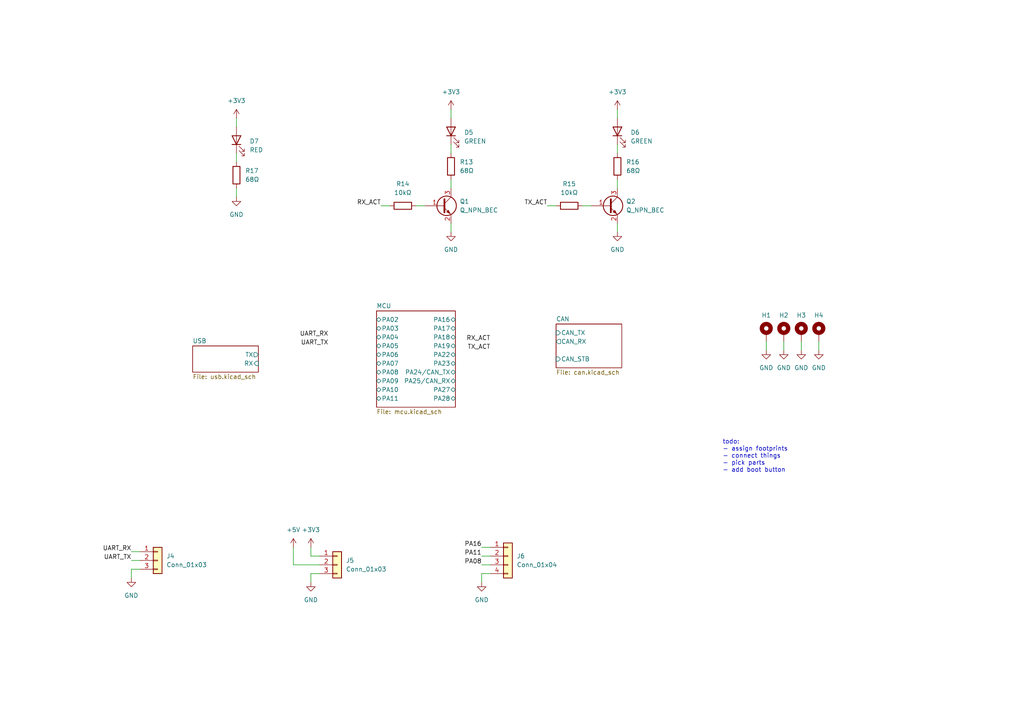
<source format=kicad_sch>
(kicad_sch (version 20230121) (generator eeschema)
  (paper "A4")
  (lib_symbols
    (symbol "Connector_Generic:Conn_01x03" (pin_names (offset 1.016) hide)
      (property "Reference" "J" (at 0 5.08 0))
      (property "Value" "Conn_01x03" (at 0 -5.08 0))
      (symbol "Conn_01x03_1_1"
        (rectangle (start -1.27 -2.413) (end 0 -2.667) (stroke (width 0.1524)))
        (rectangle (start -1.27 0.127) (end 0 -0.127) (stroke (width 0.1524)))
        (rectangle (start -1.27 2.667) (end 0 2.413) (stroke (width 0.1524)))
        (rectangle (start -1.27 3.81) (end 1.27 -3.81) (stroke (width 0.254)) (fill (type background)))
        (pin passive line (at -5.08 2.54 0) (length 3.81) (name "Pin_1") (number "1"))
        (pin passive line (at -5.08 0 0) (length 3.81) (name "Pin_2") (number "2"))
        (pin passive line (at -5.08 -2.54 0) (length 3.81) (name "Pin_3") (number "3"))
      )
    )
    (symbol "Connector_Generic:Conn_01x04" (pin_names (offset 1.016) hide)
      (property "Reference" "J" (at 0 5.08 0))
      (property "Value" "Conn_01x04" (at 0 -7.62 0))
      (symbol "Conn_01x04_1_1"
        (rectangle (start -1.27 -4.953) (end 0 -5.207) (stroke (width 0.1524)))
        (rectangle (start -1.27 -2.413) (end 0 -2.667) (stroke (width 0.1524)))
        (rectangle (start -1.27 0.127) (end 0 -0.127) (stroke (width 0.1524)))
        (rectangle (start -1.27 2.667) (end 0 2.413) (stroke (width 0.1524)))
        (rectangle (start -1.27 3.81) (end 1.27 -6.35) (stroke (width 0.254)) (fill (type background)))
        (pin passive line (at -5.08 2.54 0) (length 3.81) (name "Pin_1") (number "1"))
        (pin passive line (at -5.08 0 0) (length 3.81) (name "Pin_2") (number "2"))
        (pin passive line (at -5.08 -2.54 0) (length 3.81) (name "Pin_3") (number "3"))
        (pin passive line (at -5.08 -5.08 0) (length 3.81) (name "Pin_4") (number "4"))
      )
    )
    (symbol "Device:LED" (pin_numbers hide) (pin_names (offset 1.016) hide)
      (property "Reference" "D" (at 0 2.54 0))
      (property "Value" "LED" (at 0 -2.54 0))
      (symbol "LED_0_1"
        (polyline (pts (xy -1.27 -1.27) (xy -1.27 1.27)) (stroke (width 0.254)))
        (polyline (pts (xy -1.27 0) (xy 1.27 0)))
        (polyline (pts (xy 1.27 -1.27) (xy 1.27 1.27) (xy -1.27 0) (xy 1.27 -1.27)) (stroke (width 0.254)))
        (polyline (pts (xy -3.048 -0.762) (xy -4.572 -2.286) (xy -3.81 -2.286) (xy -4.572 -2.286) (xy -4.572 -1.524)))
        (polyline (pts (xy -1.778 -0.762) (xy -3.302 -2.286) (xy -2.54 -2.286) (xy -3.302 -2.286) (xy -3.302 -1.524)))
      )
      (symbol "LED_1_1"
        (pin passive line (at -3.81 0 0) (length 2.54) (name "K") (number "1"))
        (pin passive line (at 3.81 0 180) (length 2.54) (name "A") (number "2"))
      )
    )
    (symbol "Device:Q_NPN_BEC" (pin_names (offset 0) hide)
      (property "Reference" "Q" (at 5.08 1.27 0))
      (property "Value" "Q_NPN_BEC" (at 5.08 -1.27 0))
      (symbol "Q_NPN_BEC_0_1"
        (polyline (pts (xy 0.635 0.635) (xy 2.54 2.54)))
        (polyline (pts (xy 0.635 -0.635) (xy 2.54 -2.54) (xy 2.54 -2.54)))
        (polyline (pts (xy 0.635 1.905) (xy 0.635 -1.905) (xy 0.635 -1.905)) (stroke (width 0.508)))
        (polyline (pts (xy 1.27 -1.778) (xy 1.778 -1.27) (xy 2.286 -2.286) (xy 1.27 -1.778) (xy 1.27 -1.778)) (fill (type outline)))
        (circle (center 1.27 0) (radius 2.8194) (stroke (width 0.254)))
      )
      (symbol "Q_NPN_BEC_1_1"
        (pin input line (at -5.08 0 0) (length 5.715) (name "B") (number "1"))
        (pin passive line (at 2.54 -5.08 90) (length 2.54) (name "E") (number "2"))
        (pin passive line (at 2.54 5.08 270) (length 2.54) (name "C") (number "3"))
      )
    )
    (symbol "Device:R" (pin_numbers hide) (pin_names (offset 0))
      (property "Reference" "R" (at 2.032 0 90))
      (property "Value" "R" (at 0 0 90))
      (symbol "R_0_1"
        (rectangle (start -1.016 -2.54) (end 1.016 2.54) (stroke (width 0.254)))
      )
      (symbol "R_1_1"
        (pin passive line (at 0 3.81 270) (length 1.27) (name "~") (number "1"))
        (pin passive line (at 0 -3.81 90) (length 1.27) (name "~") (number "2"))
      )
    )
    (symbol "Mechanical:MountingHole_Pad" (pin_numbers hide) (pin_names (offset 1.016) hide)
      (property "Reference" "H" (at 0 6.35 0))
      (property "Value" "MountingHole_Pad" (at 0 4.445 0))
      (symbol "MountingHole_Pad_0_1"
        (circle (center 0 1.27) (radius 1.27) (stroke (width 1.27)))
      )
      (symbol "MountingHole_Pad_1_1"
        (pin input line (at 0 -2.54 90) (length 2.54) (name "1") (number "1"))
      )
    )
    (symbol "power:+3V3" (power) (pin_names (offset 0))
      (property "Value" "+3V3" (at 0 3.556 0))
      (symbol "+3V3_0_1"
        (polyline (pts (xy -0.762 1.27) (xy 0 2.54)))
        (polyline (pts (xy 0 0) (xy 0 2.54)))
        (polyline (pts (xy 0 2.54) (xy 0.762 1.27)))
      )
      (symbol "+3V3_1_1"
        (pin power_in line (at 0 0 90) (length 0) hide (name "+3V3") (number "1"))
      )
    )
    (symbol "power:+5V" (power) (pin_names (offset 0))
      (property "Value" "+5V" (at 0 3.556 0))
      (symbol "+5V_0_1"
        (polyline (pts (xy -0.762 1.27) (xy 0 2.54)))
        (polyline (pts (xy 0 0) (xy 0 2.54)))
        (polyline (pts (xy 0 2.54) (xy 0.762 1.27)))
      )
      (symbol "+5V_1_1"
        (pin power_in line (at 0 0 90) (length 0) hide (name "+5V") (number "1"))
      )
    )
    (symbol "power:GND" (power) (pin_names (offset 0))
      (property "Value" "GND" (at 0 -3.81 0))
      (symbol "GND_0_1"
        (polyline (pts (xy 0 0) (xy 0 -1.27) (xy 1.27 -1.27) (xy 0 -2.54) (xy -1.27 -1.27) (xy 0 -1.27)))
      )
      (symbol "GND_1_1"
        (pin power_in line (at 0 0 270) (length 0) hide (name "GND") (number "1"))
      )
    )
  )
  (wire (pts (xy 139.7 158.75) (xy 142.24 158.75)))
  (wire (pts (xy 237.49 99.06) (xy 237.49 101.6)))
  (wire (pts (xy 110.49 59.69) (xy 113.03 59.69)))
  (wire (pts (xy 139.7 168.91) (xy 139.7 166.37)))
  (wire (pts (xy 139.7 161.29) (xy 142.24 161.29)))
  (wire (pts (xy 90.17 158.75) (xy 90.17 161.29)))
  (wire (pts (xy 85.09 163.83) (xy 92.71 163.83)))
  (wire (pts (xy 90.17 166.37) (xy 90.17 168.91)))
  (wire (pts (xy 68.58 34.29) (xy 68.58 36.83)))
  (wire (pts (xy 130.81 52.07) (xy 130.81 54.61)))
  (wire (pts (xy 130.81 31.75) (xy 130.81 34.29)))
  (wire (pts (xy 158.75 59.69) (xy 161.29 59.69)))
  (wire (pts (xy 130.81 41.91) (xy 130.81 44.45)))
  (wire (pts (xy 232.41 99.06) (xy 232.41 101.6)))
  (wire (pts (xy 38.1 160.02) (xy 40.64 160.02)))
  (wire (pts (xy 130.81 64.77) (xy 130.81 67.31)))
  (wire (pts (xy 68.58 54.61) (xy 68.58 57.15)))
  (wire (pts (xy 38.1 165.1) (xy 40.64 165.1)))
  (wire (pts (xy 227.33 99.06) (xy 227.33 101.6)))
  (wire (pts (xy 38.1 167.64) (xy 38.1 165.1)))
  (wire (pts (xy 120.65 59.69) (xy 123.19 59.69)))
  (wire (pts (xy 179.07 64.77) (xy 179.07 67.31)))
  (wire (pts (xy 90.17 166.37) (xy 92.71 166.37)))
  (wire (pts (xy 85.09 158.75) (xy 85.09 163.83)))
  (wire (pts (xy 168.91 59.69) (xy 171.45 59.69)))
  (wire (pts (xy 179.07 52.07) (xy 179.07 54.61)))
  (wire (pts (xy 68.58 44.45) (xy 68.58 46.99)))
  (wire (pts (xy 90.17 161.29) (xy 92.71 161.29)))
  (wire (pts (xy 222.25 99.06) (xy 222.25 101.6)))
  (wire (pts (xy 139.7 163.83) (xy 142.24 163.83)))
  (wire (pts (xy 139.7 166.37) (xy 142.24 166.37)))
  (wire (pts (xy 179.07 31.75) (xy 179.07 34.29)))
  (wire (pts (xy 179.07 41.91) (xy 179.07 44.45)))
  (wire (pts (xy 38.1 162.56) (xy 40.64 162.56)))
  (text "todo:\n- assign footprints\n- connect things\n- pick parts\n- add boot button" (at 209.55 137.16 0) (effects (font (size 1.27 1.27)) (justify left bottom)))
  (label "TX_ACT" (at 142.24 101.6 180))
  (label "RX_ACT" (at 142.24 99.06 180))
  (label "PA16" (at 139.7 158.75 180))
  (label "RX_ACT" (at 110.49 59.69 180))
  (label "UART_TX" (at 38.1 162.56 180))
  (label "TX_ACT" (at 158.75 59.69 180))
  (label "PA08" (at 139.7 163.83 180))
  (label "UART_RX" (at 38.1 160.02 180))
  (label "PA11" (at 139.7 161.29 180))
  (label "UART_RX" (at 95.25 97.79 180))
  (label "UART_TX" (at 95.25 100.33 180))
  (symbol (lib_id "Device:LED") (at 68.58 40.64 90) (unit 1)
    (property "Reference" "D7" (at 72.39 40.9575 90) (effects (justify right)))
    (property "Value" "RED" (at 72.39 43.4975 90) (effects (justify right)))
  )
  (symbol (lib_id "Device:LED") (at 130.81 38.1 90) (unit 1)
    (property "Reference" "D5" (at 134.62 38.4175 90) (effects (justify right)))
    (property "Value" "GREEN" (at 134.62 40.9575 90) (effects (justify right)))
  )
  (symbol (lib_id "Device:R") (at 68.58 50.8 0) (unit 1)
    (property "Reference" "R17" (at 71.12 49.53 0) (effects (justify left)))
    (property "Value" "68Ω" (at 71.12 52.07 0) (effects (justify left)))
  )
  (symbol (lib_id "power:GND") (at 222.25 101.6 0) (unit 1)
    (property "Reference" "#PWR052" (effects hide))
    (property "Value" "GND" (at 222.25 106.68 0))
  )
  (symbol (lib_id "Mechanical:MountingHole_Pad") (at 232.41 96.52 0) (unit 1)
    (property "Reference" "H3" (at 232.41 91.44 0))
    (property "Value" "MountingHole_Pad" (effects hide))
  )
  (symbol (lib_id "Device:R") (at 179.07 48.26 0) (unit 1)
    (property "Reference" "R16" (at 181.61 46.99 0) (effects (justify left)))
    (property "Value" "68Ω" (at 181.61 49.53 0) (effects (justify left)))
  )
  (symbol (lib_id "power:GND") (at 232.41 101.6 0) (unit 1)
    (property "Reference" "#PWR054" (effects hide))
    (property "Value" "GND" (at 232.41 106.68 0))
  )
  (symbol (lib_id "power:GND") (at 179.07 67.31 0) (unit 1)
    (property "Reference" "#PWR059" (effects hide))
    (property "Value" "GND" (at 179.07 72.39 0))
  )
  (symbol (lib_id "Device:Q_NPN_BEC") (at 176.53 59.69 0) (unit 1)
    (property "Reference" "Q2" (at 181.61 58.42 0) (effects (justify left)))
    (property "Value" "Q_NPN_BEC" (at 181.61 60.96 0) (effects (justify left)))
  )
  (symbol (lib_id "Connector_Generic:Conn_01x03") (at 97.79 163.83 0) (unit 1)
    (property "Reference" "J5" (at 100.33 162.56 0) (effects (justify left)))
    (property "Value" "Conn_01x03" (at 100.33 165.1 0) (effects (justify left)))
  )
  (symbol (lib_id "Device:R") (at 165.1 59.69 90) (unit 1)
    (property "Reference" "R15" (at 165.1 53.34 90))
    (property "Value" "10kΩ" (at 165.1 55.88 90))
  )
  (symbol (lib_id "power:GND") (at 237.49 101.6 0) (unit 1)
    (property "Reference" "#PWR055" (effects hide))
    (property "Value" "GND" (at 237.49 106.68 0))
  )
  (symbol (lib_id "power:GND") (at 139.7 168.91 0) (unit 1)
    (property "Reference" "#PWR051" (effects hide))
    (property "Value" "GND" (at 139.7 173.99 0))
  )
  (symbol (lib_id "Device:R") (at 116.84 59.69 90) (unit 1)
    (property "Reference" "R14" (at 116.84 53.34 90))
    (property "Value" "10kΩ" (at 116.84 55.88 90))
  )
  (symbol (lib_id "Connector_Generic:Conn_01x04") (at 147.32 161.29 0) (unit 1)
    (property "Reference" "J6" (at 149.86 161.29 0) (effects (justify left)))
    (property "Value" "Conn_01x04" (at 149.86 163.83 0) (effects (justify left)))
  )
  (symbol (lib_id "Mechanical:MountingHole_Pad") (at 222.25 96.52 0) (unit 1)
    (property "Reference" "H1" (at 222.25 91.44 0))
    (property "Value" "MountingHole_Pad" (effects hide))
  )
  (symbol (lib_id "power:GND") (at 130.81 67.31 0) (unit 1)
    (property "Reference" "#PWR057" (effects hide))
    (property "Value" "GND" (at 130.81 72.39 0))
  )
  (symbol (lib_id "power:GND") (at 38.1 167.64 0) (unit 1)
    (property "Reference" "#PWR047" (effects hide))
    (property "Value" "GND" (at 38.1 172.72 0))
  )
  (symbol (lib_id "power:+3V3") (at 179.07 31.75 0) (unit 1)
    (property "Reference" "#PWR058" (effects hide))
    (property "Value" "+3V3" (at 179.07 26.67 0))
  )
  (symbol (lib_id "Mechanical:MountingHole_Pad") (at 237.49 96.52 0) (unit 1)
    (property "Reference" "H4" (at 237.49 91.44 0))
    (property "Value" "MountingHole_Pad" (effects hide))
  )
  (symbol (lib_id "power:+3V3") (at 130.81 31.75 0) (unit 1)
    (property "Reference" "#PWR056" (effects hide))
    (property "Value" "+3V3" (at 130.81 26.67 0))
  )
  (symbol (lib_id "power:+3V3") (at 68.58 34.29 0) (unit 1)
    (property "Reference" "#PWR060" (effects hide))
    (property "Value" "+3V3" (at 68.58 29.21 0))
  )
  (symbol (lib_id "power:+3V3") (at 90.17 158.75 0) (unit 1)
    (property "Reference" "#PWR048" (effects hide))
    (property "Value" "+3V3" (at 90.17 153.67 0))
  )
  (symbol (lib_id "Connector_Generic:Conn_01x03") (at 45.72 162.56 0) (unit 1)
    (property "Reference" "J4" (at 48.26 161.29 0) (effects (justify left)))
    (property "Value" "Conn_01x03" (at 48.26 163.83 0) (effects (justify left)))
  )
  (symbol (lib_id "power:GND") (at 227.33 101.6 0) (unit 1)
    (property "Reference" "#PWR053" (effects hide))
    (property "Value" "GND" (at 227.33 106.68 0))
  )
  (symbol (lib_id "power:GND") (at 90.17 168.91 0) (unit 1)
    (property "Reference" "#PWR050" (effects hide))
    (property "Value" "GND" (at 90.17 173.99 0))
  )
  (symbol (lib_id "Mechanical:MountingHole_Pad") (at 227.33 96.52 0) (unit 1)
    (property "Reference" "H2" (at 227.33 91.44 0))
    (property "Value" "MountingHole_Pad" (effects hide))
  )
  (symbol (lib_id "Device:LED") (at 179.07 38.1 90) (unit 1)
    (property "Reference" "D6" (at 182.88 38.4175 90) (effects (justify right)))
    (property "Value" "GREEN" (at 182.88 40.9575 90) (effects (justify right)))
  )
  (symbol (lib_id "Device:R") (at 130.81 48.26 0) (unit 1)
    (property "Reference" "R13" (at 133.35 46.99 0) (effects (justify left)))
    (property "Value" "68Ω" (at 133.35 49.53 0) (effects (justify left)))
  )
  (symbol (lib_id "power:+5V") (at 85.09 158.75 0) (unit 1)
    (property "Reference" "#PWR049" (effects hide))
    (property "Value" "+5V" (at 85.09 153.67 0))
  )
  (symbol (lib_id "Device:Q_NPN_BEC") (at 128.27 59.69 0) (unit 1)
    (property "Reference" "Q1" (at 133.35 58.42 0) (effects (justify left)))
    (property "Value" "Q_NPN_BEC" (at 133.35 60.96 0) (effects (justify left)))
  )
  (symbol (lib_id "power:GND") (at 68.58 57.15 0) (unit 1)
    (property "Reference" "#PWR061" (effects hide))
    (property "Value" "GND" (at 68.58 62.23 0))
  )
  (sheet (at 55.88 100.33) (size 19.05 7.62) (stroke (width 0.1524))
    (property "Sheetname" "USB" (at 55.88 99.6184 0) (effects (justify left bottom)))
    (property "Sheetfile" "usb.kicad_sch" (at 55.88 108.5346 0) (effects (justify left top)))
    (pin "RX" input (at 74.93 105.41 0))
    (pin "TX" output (at 74.93 102.87 0))
  )
  (sheet (at 109.22 90.17) (size 22.86 27.94) (stroke (width 0.1524))
    (property "Sheetname" "MCU" (at 109.22 89.4584 0) (effects (justify left bottom)))
    (property "Sheetfile" "mcu.kicad_sch" (at 109.22 118.6946 0) (effects (justify left top)))
    (pin "PA07" bidirectional (at 109.22 105.41 180))
    (pin "PA08" bidirectional (at 109.22 107.95 180))
    (pin "PA06" bidirectional (at 109.22 102.87 180))
    (pin "PA09" bidirectional (at 109.22 110.49 180))
    (pin "PA11" bidirectional (at 109.22 115.57 180))
    (pin "PA10" bidirectional (at 109.22 113.03 180))
    (pin "PA16" bidirectional (at 132.08 92.71 0))
    (pin "PA17" bidirectional (at 132.08 95.25 0))
    (pin "PA18" bidirectional (at 132.08 97.79 0))
    (pin "PA24{slash}CAN_TX" bidirectional (at 132.08 107.95 0))
    (pin "PA25{slash}CAN_RX" bidirectional (at 132.08 110.49 0))
    (pin "PA27" bidirectional (at 132.08 113.03 0))
    (pin "PA28" bidirectional (at 132.08 115.57 0))
    (pin "PA19" bidirectional (at 132.08 100.33 0))
    (pin "PA22" bidirectional (at 132.08 102.87 0))
    (pin "PA23" bidirectional (at 132.08 105.41 0))
    (pin "PA04" bidirectional (at 109.22 97.79 180))
    (pin "PA05" bidirectional (at 109.22 100.33 180))
    (pin "PA03" bidirectional (at 109.22 95.25 180))
    (pin "PA02" bidirectional (at 109.22 92.71 180))
  )
  (sheet (at 161.29 93.98) (size 19.05 12.7) (stroke (width 0.1524))
    (property "Sheetname" "CAN" (at 161.29 93.2684 0) (effects (justify left bottom)))
    (property "Sheetfile" "can.kicad_sch" (at 161.29 107.2646 0) (effects (justify left top)))
    (pin "CAN_TX" input (at 161.29 96.52 180))
    (pin "CAN_STB" input (at 161.29 104.14 180))
    (pin "CAN_RX" output (at 161.29 99.06 180))
  )
)
</source>
